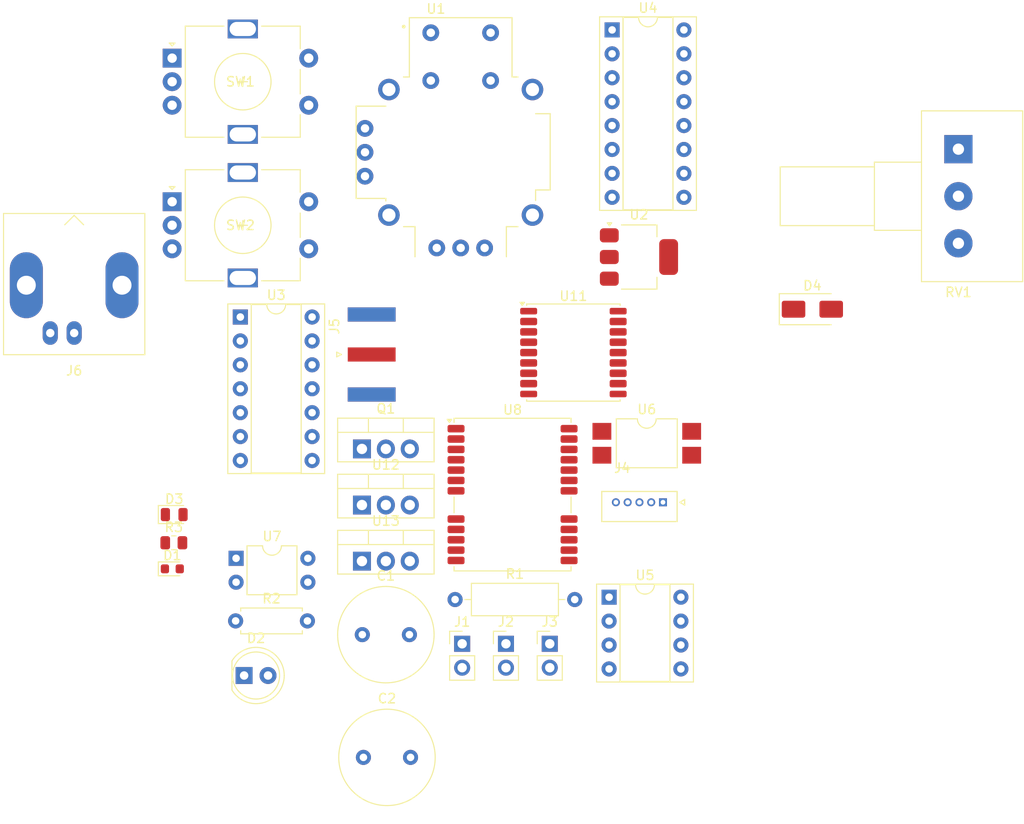
<source format=kicad_pcb>
(kicad_pcb (version 20240108) (generator "pcbnew") (generator_version "8.0")
  (layers (0 "F.Cu" signal) (31 "B.Cu" signal) (34 "B.Paste" user) (35 "F.Paste" user) (36 "B.SilkS" user "B.Silkscreen") (37 "F.SilkS" user "F.Silkscreen") (38 "B.Mask" user) (39 "F.Mask" user) (44 "Edge.Cuts" user))
  (net 0 "")
  (net 67 "Net-(U6-Pad3)")
  (net 68 "Net-(U6-Pad4)")
  (net 77 "Net-(U8-GND-Pad10)")
  (net 97 "Net-(U11-GND-Pad1)")
  (net 117 "Net-(U1-SHIELD-PadS1)")
  (footprint "Resistor_SMD:R_0805_2012Metric" (layer "F.Cu") (at 92.728 110.806)
    (property "Reference" "R3" (at 0 -1.65 0) (layer "F.SilkS"))
    (property "Value" "R_0805")
    (fp_line (start -0.227064 -0.735) (end 0.227064 -0.735) (stroke (width 0.12)) (layer "F.SilkS"))
    (fp_line (start -0.227064 0.735) (end 0.227064 0.735) (stroke (width 0.12)) (layer "F.SilkS"))
    (pad "1" smd roundrect (at -0.9125 0) (size 1.025 1.4) (layers "F.Cu" "F.Paste" "F.Mask") (roundrect_rratio 0.243902))
    (pad "2" smd roundrect (at 0.9125 0) (size 1.025 1.4) (layers "F.Cu" "F.Paste" "F.Mask") (roundrect_rratio 0.243902))
  )
  (footprint "CREPP_Jumpers:Jumper_2.54mm_black" (layer "F.Cu") (at 99.533 106.021)
    (property "Reference" "JP1" (hide yes))
    (property "Value" "Jumper_2.54mm_black" (hide yes))
  )
  (footprint "CREPP_GNSS:ublox_NEO" (layer "F.Cu") (at 128.688 105.686)
    (property "Reference" "U8" (at 0 -9 0) (layer "F.SilkS"))
    (property "Value" "NEO-M8Q ")
    (fp_line (start -6.21 -8.11) (end -6.21 -7.66) (stroke (width 0.12)) (layer "F.SilkS"))
    (fp_line (start -6.21 -8.11) (end 6.21 -8.11) (stroke (width 0.12)) (layer "F.SilkS"))
    (fp_line (start -6.21 0.26) (end -6.21 1.94) (stroke (width 0.12)) (layer "F.SilkS"))
    (fp_line (start -6.21 7.66) (end -6.21 8.11) (stroke (width 0.12)) (layer "F.SilkS"))
    (fp_line (start -6.21 8.11) (end 6.21 8.11) (stroke (width 0.12)) (layer "F.SilkS"))
    (fp_line (start 6.21 -8.11) (end 6.21 -7.66) (stroke (width 0.12)) (layer "F.SilkS"))
    (fp_line (start 6.21 0.26) (end 6.21 1.94) (stroke (width 0.12)) (layer "F.SilkS"))
    (fp_line (start 6.21 7.66) (end 6.21 8.1) (stroke (width 0.12)) (layer "F.SilkS"))
    (fp_poly (pts (xy -6.7 -7.66) (xy -6.94 -7.99) (xy -6.46 -7.99) (xy -6.7 -7.66)) (stroke (width 0.12)) (fill solid) (layer "F.SilkS"))
    (pad "1" smd roundrect (at -6 -7) (size 1.8 0.8) (layers "F.Cu" "F.Paste" "F.Mask"))
    (pad "2" smd roundrect (at -6 -5.9) (size 1.8 0.8) (layers "F.Cu" "F.Paste" "F.Mask"))
    (pad "3" smd roundrect (at -6 -4.8) (size 1.8 0.8) (layers "F.Cu" "F.Paste" "F.Mask"))
    (pad "4" smd roundrect (at -6 -3.7) (size 1.8 0.8) (layers "F.Cu" "F.Paste" "F.Mask"))
    (pad "5" smd roundrect (at -6 -2.6) (size 1.8 0.8) (layers "F.Cu" "F.Paste" "F.Mask"))
    (pad "6" smd roundrect (at -6 -1.5) (size 1.8 0.8) (layers "F.Cu" "F.Paste" "F.Mask"))
    (pad "7" smd roundrect (at -6 -0.4) (size 1.8 0.8) (layers "F.Cu" "F.Paste" "F.Mask"))
    (pad "8" smd roundrect (at -6 2.6) (size 1.8 0.8) (layers "F.Cu" "F.Paste" "F.Mask"))
    (pad "9" smd roundrect (at -6 3.7) (size 1.8 0.8) (layers "F.Cu" "F.Paste" "F.Mask"))
    (pad "10" smd roundrect (at -6 4.8) (size 1.8 0.8) (layers "F.Cu" "F.Paste" "F.Mask") (net 77 "Net-(U8-GND-Pad10)"))
    (pad "11" smd roundrect (at -6 5.9) (size 1.8 0.8) (layers "F.Cu" "F.Paste" "F.Mask"))
    (pad "12" smd roundrect (at -6 7) (size 1.8 0.8) (layers "F.Cu" "F.Paste" "F.Mask") (net 77 "Net-(U8-GND-Pad10)"))
    (pad "13" smd roundrect (at 6 7) (size 1.8 0.8) (layers "F.Cu" "F.Paste" "F.Mask") (net 77 "Net-(U8-GND-Pad10)"))
    (pad "14" smd roundrect (at 6 5.9) (size 1.8 0.8) (layers "F.Cu" "F.Paste" "F.Mask"))
    (pad "15" smd roundrect (at 6 4.8) (size 1.8 0.8) (layers "F.Cu" "F.Paste" "F.Mask"))
    (pad "16" smd roundrect (at 6 3.7) (size 1.8 0.8) (layers "F.Cu" "F.Paste" "F.Mask"))
    (pad "17" smd roundrect (at 6 2.6) (size 1.8 0.8) (layers "F.Cu" "F.Paste" "F.Mask"))
    (pad "18" smd roundrect (at 6 -0.4) (size 1.8 0.8) (layers "F.Cu" "F.Paste" "F.Mask"))
    (pad "19" smd roundrect (at 6 -1.5) (size 1.8 0.8) (layers "F.Cu" "F.Paste" "F.Mask"))
    (pad "20" smd roundrect (at 6 -2.6) (size 1.8 0.8) (layers "F.Cu" "F.Paste" "F.Mask"))
    (pad "21" smd roundrect (at 6 -3.7) (size 1.8 0.8) (layers "F.Cu" "F.Paste" "F.Mask"))
    (pad "22" smd roundrect (at 6 -4.8) (size 1.8 0.8) (layers "F.Cu" "F.Paste" "F.Mask"))
    (pad "23" smd roundrect (at 6 -5.9) (size 1.8 0.8) (layers "F.Cu" "F.Paste" "F.Mask"))
    (pad "24" smd roundrect (at 6 -7) (size 1.8 0.8) (layers "F.Cu" "F.Paste" "F.Mask") (net 77 "Net-(U8-GND-Pad10)"))
  )
  (footprint "Package_TO_SOT_THT:TO-220-3_Vertical" (layer "F.Cu") (at 112.698 112.756)
    (property "Reference" "U13" (at 2.54 -4.27 0) (layer "F.SilkS"))
    (property "Value" "LM7805_TO220")
    (fp_line (start -2.58 -3.27) (end -2.58 1.371) (stroke (width 0.12)) (layer "F.SilkS"))
    (fp_line (start -2.58 -3.27) (end 7.66 -3.27) (stroke (width 0.12)) (layer "F.SilkS"))
    (fp_line (start -2.58 -1.76) (end 7.66 -1.76) (stroke (width 0.12)) (layer "F.SilkS"))
    (fp_line (start -2.58 1.371) (end 7.66 1.371) (stroke (width 0.12)) (layer "F.SilkS"))
    (fp_line (start 0.69 -3.27) (end 0.69 -1.76) (stroke (width 0.12)) (layer "F.SilkS"))
    (fp_line (start 4.391 -3.27) (end 4.391 -1.76) (stroke (width 0.12)) (layer "F.SilkS"))
    (fp_line (start 7.66 -3.27) (end 7.66 1.371) (stroke (width 0.12)) (layer "F.SilkS"))
    (pad "1" thru_hole rect (at 0 0) (size 1.905 2) (drill 1.1) (layers "*.Cu" "*.Mask"))
    (pad "2" thru_hole oval (at 2.54 0) (size 1.905 2) (drill 1.1) (layers "*.Cu" "*.Mask"))
    (pad "3" thru_hole oval (at 5.08 0) (size 1.905 2) (drill 1.1) (layers "*.Cu" "*.Mask"))
  )
  (footprint "CREPP_GNSS:ublox_MAX" (layer "F.Cu") (at 135.148 90.601)
    (property "Reference" "U11" (at 0 -6 0) (layer "F.SilkS"))
    (property "Value" "MAX-8Q")
    (fp_line (start -4.96 -5.16) (end -4.96 -5.01) (stroke (width 0.12)) (layer "F.SilkS"))
    (fp_line (start -4.96 -5.16) (end 4.96 -5.16) (stroke (width 0.12)) (layer "F.SilkS"))
    (fp_line (start -4.96 5.01) (end -4.96 5.16) (stroke (width 0.12)) (layer "F.SilkS"))
    (fp_line (start -4.96 5.16) (end 4.96 5.16) (stroke (width 0.12)) (layer "F.SilkS"))
    (fp_line (start 4.96 -5.16) (end 4.96 -5.01) (stroke (width 0.12)) (layer "F.SilkS"))
    (fp_line (start 4.96 5.01) (end 4.96 5.16) (stroke (width 0.12)) (layer "F.SilkS"))
    (fp_poly (pts (xy -5.43 -5.01) (xy -5.67 -5.34) (xy -5.19 -5.34) (xy -5.43 -5.01)) (stroke (width 0.12)) (fill solid) (layer "F.SilkS"))
    (pad "1" smd roundrect (at -4.75 -4.4) (size 1.8 0.7) (layers "F.Cu" "F.Paste" "F.Mask") (net 97 "Net-(U11-GND-Pad1)"))
    (pad "2" smd roundrect (at -4.75 -3.3) (size 1.8 0.8) (layers "F.Cu" "F.Paste" "F.Mask"))
    (pad "3" smd roundrect (at -4.75 -2.2) (size 1.8 0.8) (layers "F.Cu" "F.Paste" "F.Mask"))
    (pad "4" smd roundrect (at -4.75 -1.1) (size 1.8 0.8) (layers "F.Cu" "F.Paste" "F.Mask"))
    (pad "5" smd roundrect (at -4.75 0) (size 1.8 0.8) (layers "F.Cu" "F.Paste" "F.Mask"))
    (pad "6" smd roundrect (at -4.75 1.1) (size 1.8 0.8) (layers "F.Cu" "F.Paste" "F.Mask"))
    (pad "7" smd roundrect (at -4.75 2.2) (size 1.8 0.8) (layers "F.Cu" "F.Paste" "F.Mask"))
    (pad "8" smd roundrect (at -4.75 3.3) (size 1.8 0.8) (layers "F.Cu" "F.Paste" "F.Mask"))
    (pad "9" smd roundrect (at -4.75 4.4) (size 1.8 0.7) (layers "F.Cu" "F.Paste" "F.Mask"))
    (pad "10" smd roundrect (at 4.75 4.4) (size 1.8 0.7) (layers "F.Cu" "F.Paste" "F.Mask") (net 97 "Net-(U11-GND-Pad1)"))
    (pad "11" smd roundrect (at 4.75 3.3) (size 1.8 0.8) (layers "F.Cu" "F.Paste" "F.Mask"))
    (pad "12" smd roundrect (at 4.75 2.2) (size 1.8 0.8) (layers "F.Cu" "F.Paste" "F.Mask") (net 97 "Net-(U11-GND-Pad1)"))
    (pad "13" smd roundrect (at 4.75 1.1) (size 1.8 0.8) (layers "F.Cu" "F.Paste" "F.Mask"))
    (pad "14" smd roundrect (at 4.75 0) (size 1.8 0.8) (layers "F.Cu" "F.Paste" "F.Mask"))
    (pad "15" smd roundrect (at 4.75 -1.1) (size 1.8 0.8) (layers "F.Cu" "F.Paste" "F.Mask"))
    (pad "16" smd roundrect (at 4.75 -2.2) (size 1.8 0.8) (layers "F.Cu" "F.Paste" "F.Mask"))
    (pad "17" smd roundrect (at 4.75 -3.3) (size 1.8 0.8) (layers "F.Cu" "F.Paste" "F.Mask"))
    (pad "18" smd roundrect (at 4.75 -4.4) (size 1.8 0.7) (layers "F.Cu" "F.Paste" "F.Mask"))
  )
  (footprint "CREPP_Connector_Picoblade:MOLEX_530470510" (layer "F.Cu") (at 144.658 106.506)
    (property "Reference" "J4" (at -4.325 -3.635 0) (layer "F.SilkS"))
    (property "Value" "530470510_Picoblade" (hide yes))
    (fp_line (start -6.5 -1.15) (end 1.5 -1.15) (stroke (width 0.127)) (layer "F.SilkS"))
    (fp_line (start -6.5 2.05) (end -6.5 -1.15) (stroke (width 0.127)) (layer "F.SilkS"))
    (fp_line (start 1.5 -1.15) (end 1.5 2.05) (stroke (width 0.127)) (layer "F.SilkS"))
    (fp_line (start 1.5 2.05) (end -6.5 2.05) (stroke (width 0.127)) (layer "F.SilkS"))
    (fp_line (start 1.8 0) (end 2.3 -0.3) (stroke (width 0.127)) (layer "F.SilkS"))
    (fp_line (start 2.3 -0.3) (end 2.3 0.3) (stroke (width 0.127)) (layer "F.SilkS"))
    (fp_line (start 2.3 0.3) (end 1.8 0) (stroke (width 0.127)) (layer "F.SilkS"))
    (pad "1" thru_hole rect (at 0 0) (size 0.85 0.85) (drill 0.5) (layers "*.Cu"))
    (pad "2" thru_hole circle (at -1.25 0) (size 0.85 0.85) (drill 0.5) (layers "*.Cu"))
    (pad "3" thru_hole circle (at -2.5 0) (size 0.85 0.85) (drill 0.5) (layers "*.Cu"))
    (pad "4" thru_hole circle (at -3.75 0) (size 0.85 0.85) (drill 0.5) (layers "*.Cu"))
    (pad "5" thru_hole circle (at -5 0) (size 0.85 0.85) (drill 0.5) (layers "*.Cu"))
  )
  (footprint "Package_TO_SOT_THT:TO-220-3_Vertical" (layer "F.Cu") (at 112.698 100.836)
    (property "Reference" "Q1" (at 2.54 -4.27 0) (layer "F.SilkS"))
    (property "Value" "IRF540N")
    (fp_line (start -2.58 -3.27) (end -2.58 1.371) (stroke (width 0.12)) (layer "F.SilkS"))
    (fp_line (start -2.58 -3.27) (end 7.66 -3.27) (stroke (width 0.12)) (layer "F.SilkS"))
    (fp_line (start -2.58 -1.76) (end 7.66 -1.76) (stroke (width 0.12)) (layer "F.SilkS"))
    (fp_line (start -2.58 1.371) (end 7.66 1.371) (stroke (width 0.12)) (layer "F.SilkS"))
    (fp_line (start 0.69 -3.27) (end 0.69 -1.76) (stroke (width 0.12)) (layer "F.SilkS"))
    (fp_line (start 4.391 -3.27) (end 4.391 -1.76) (stroke (width 0.12)) (layer "F.SilkS"))
    (fp_line (start 7.66 -3.27) (end 7.66 1.371) (stroke (width 0.12)) (layer "F.SilkS"))
    (pad "1" thru_hole rect (at 0 0) (size 1.905 2) (drill 1.1) (layers "*.Cu" "*.Mask"))
    (pad "2" thru_hole oval (at 2.54 0) (size 1.905 2) (drill 1.1) (layers "*.Cu" "*.Mask"))
    (pad "3" thru_hole oval (at 5.08 0) (size 1.905 2) (drill 1.1) (layers "*.Cu" "*.Mask"))
  )
  (footprint "Package_TO_SOT_SMD:SOT-223-3_TabPin2" (layer "F.Cu") (at 142.108 80.451)
    (property "Reference" "U2" (at 0 -4.5 0) (layer "F.SilkS"))
    (property "Value" "LM317_SOT-223")
    (fp_line (start -1.85 -3.41) (end 1.91 -3.41) (stroke (width 0.12)) (layer "F.SilkS"))
    (fp_line (start -1.85 3.41) (end 1.91 3.41) (stroke (width 0.12)) (layer "F.SilkS"))
    (fp_line (start 1.91 -3.41) (end 1.91 -2.15) (stroke (width 0.12)) (layer "F.SilkS"))
    (fp_line (start 1.91 3.41) (end 1.91 2.15) (stroke (width 0.12)) (layer "F.SilkS"))
    (fp_poly (pts (xy -3.13 -3.31) (xy -3.37 -3.64) (xy -2.89 -3.64) (xy -3.13 -3.31)) (stroke (width 0.12)) (fill solid) (layer "F.SilkS"))
    (pad "1" smd roundrect (at -3.15 -2.3) (size 2 1.5) (layers "F.Cu" "F.Paste" "F.Mask"))
    (pad "2" smd roundrect (at -3.15 0) (size 2 1.5) (layers "F.Cu" "F.Paste" "F.Mask"))
    (pad "2" smd roundrect (at 3.15 0) (size 2 3.8) (layers "F.Cu" "F.Paste" "F.Mask"))
    (pad "3" smd roundrect (at -3.15 2.3) (size 2 1.5) (layers "F.Cu" "F.Paste" "F.Mask"))
  )
  (footprint "Package_DIP:SMDIP-4_W9.53mm" (layer "F.Cu") (at 142.938 100.236)
    (property "Reference" "U6" (at 0 -3.6 0) (layer "F.SilkS"))
    (property "Value" "PC817_SMD")
    (fp_line (start -3.235 -2.6) (end -3.235 2.6) (stroke (width 0.12)) (layer "F.SilkS"))
    (fp_line (start -3.235 2.6) (end 3.235 2.6) (stroke (width 0.12)) (layer "F.SilkS"))
    (fp_line (start -1 -2.6) (end -3.235 -2.6) (stroke (width 0.12)) (layer "F.SilkS"))
    (fp_line (start 3.235 -2.6) (end 1 -2.6) (stroke (width 0.12)) (layer "F.SilkS"))
    (fp_line (start 3.235 2.6) (end 3.235 -2.6) (stroke (width 0.12)) (layer "F.SilkS"))
    (fp_arc (start 1 -2.6) (mid 0 -1.6) (end -1 -2.6) (stroke (width 0.12)) (layer "F.SilkS"))
    (pad "1" smd rect (at -4.765 -1.27) (size 2 1.78) (layers "F.Cu" "F.Paste" "F.Mask"))
    (pad "2" smd rect (at -4.765 1.27) (size 2 1.78) (layers "F.Cu" "F.Paste" "F.Mask"))
    (pad "3" smd rect (at 4.765 1.27) (size 2 1.78) (layers "F.Cu" "F.Paste" "F.Mask") (net 67 "Net-(U6-Pad3)"))
    (pad "4" smd rect (at 4.765 -1.27) (size 2 1.78) (layers "F.Cu" "F.Paste" "F.Mask") (net 68 "Net-(U6-Pad4)"))
  )
  (footprint "CREPP_BNC:BNC_Amphenol_B6252HB-NPP3G-50_Horizontal" (layer "F.Cu") (at 82.148 88.526)
    (property "Reference" "J6" (at 0 4 0) (layer "F.SilkS"))
    (property "Value" "BNC")
    (fp_line (start -7.5 -12.7) (end 7.5 -12.7) (stroke (width 0.12)) (layer "F.SilkS"))
    (fp_line (start -7.5 2.3) (end -7.5 -12.7) (stroke (width 0.12)) (layer "F.SilkS"))
    (fp_line (start 0 -12.5) (end -1 -11.5) (stroke (width 0.12)) (layer "F.SilkS"))
    (fp_line (start 0 -12.5) (end 1 -11.5) (stroke (width 0.12)) (layer "F.SilkS"))
    (fp_line (start 7.5 -12.7) (end 7.5 2.3) (stroke (width 0.12)) (layer "F.SilkS"))
    (fp_line (start 7.5 2.3) (end -7.5 2.3) (stroke (width 0.12)) (layer "F.SilkS"))
    (pad "1" thru_hole oval (at 0 0) (size 1.6 2.5) (drill 0.89) (layers "*.Cu" "*.Mask"))
    (pad "2" thru_hole oval (at -5.08 -5.08) (size 3.5 7) (drill 2.01) (layers "*.Cu" "*.Mask"))
    (pad "2" thru_hole oval (at -2.54 0) (size 1.6 2.5) (drill 0.89) (layers "*.Cu" "*.Mask"))
    (pad "2" thru_hole oval (at 5.08 -5.08) (size 3.5 7) (drill 2.01) (layers "*.Cu" "*.Mask"))
  )
  (footprint "Package_TO_SOT_THT:TO-220-3_Vertical" (layer "F.Cu") (at 112.698 106.796)
    (property "Reference" "U12" (at 2.54 -4.27 0) (layer "F.SilkS"))
    (property "Value" "LM317_TO-220")
    (fp_line (start -2.58 -3.27) (end -2.58 1.371) (stroke (width 0.12)) (layer "F.SilkS"))
    (fp_line (start -2.58 -3.27) (end 7.66 -3.27) (stroke (width 0.12)) (layer "F.SilkS"))
    (fp_line (start -2.58 -1.76) (end 7.66 -1.76) (stroke (width 0.12)) (layer "F.SilkS"))
    (fp_line (start -2.58 1.371) (end 7.66 1.371) (stroke (width 0.12)) (layer "F.SilkS"))
    (fp_line (start 0.69 -3.27) (end 0.69 -1.76) (stroke (width 0.12)) (layer "F.SilkS"))
    (fp_line (start 4.391 -3.27) (end 4.391 -1.76) (stroke (width 0.12)) (layer "F.SilkS"))
    (fp_line (start 7.66 -3.27) (end 7.66 1.371) (stroke (width 0.12)) (layer "F.SilkS"))
    (pad "1" thru_hole rect (at 0 0) (size 1.905 2) (drill 1.1) (layers "*.Cu" "*.Mask"))
    (pad "2" thru_hole oval (at 2.54 0) (size 1.905 2) (drill 1.1) (layers "*.Cu" "*.Mask"))
    (pad "3" thru_hole oval (at 5.08 0) (size 1.905 2) (drill 1.1) (layers "*.Cu" "*.Mask"))
  )
  (footprint "CREPP_RotaryEncoders:RotaryEncoder" (layer "F.Cu") (at 92.548 59.326)
    (property "Reference" "SW1" (at 7.25 2.5 0) (layer "F.SilkS"))
    (property "Value" "RotaryEncoder_Switch" (hide yes))
    (fp_line (start -0.3 -1.6) (end 0.3 -1.6) (stroke (width 0.12)) (layer "F.SilkS"))
    (fp_line (start 0 -1.3) (end -0.3 -1.6) (stroke (width 0.12)) (layer "F.SilkS"))
    (fp_line (start 0.3 -1.6) (end 0 -1.3) (stroke (width 0.12)) (layer "F.SilkS"))
    (fp_line (start 1.4 -3.4) (end 1.4 8.4) (stroke (width 0.12)) (layer "F.SilkS"))
    (fp_line (start 5.5 -3.4) (end 1.4 -3.4) (stroke (width 0.12)) (layer "F.SilkS"))
    (fp_line (start 5.5 8.4) (end 1.4 8.4) (stroke (width 0.12)) (layer "F.SilkS"))
    (fp_line (start 7 2.5) (end 8 2.5) (stroke (width 0.12)) (layer "F.SilkS"))
    (fp_line (start 7.5 2) (end 7.5 3) (stroke (width 0.12)) (layer "F.SilkS"))
    (fp_line (start 9.5 -3.4) (end 13.6 -3.4) (stroke (width 0.12)) (layer "F.SilkS"))
    (fp_line (start 13.6 -3.4) (end 13.6 -1) (stroke (width 0.12)) (layer "F.SilkS"))
    (fp_line (start 13.6 1.2) (end 13.6 3.8) (stroke (width 0.12)) (layer "F.SilkS"))
    (fp_line (start 13.6 6) (end 13.6 8.4) (stroke (width 0.12)) (layer "F.SilkS"))
    (fp_line (start 13.6 8.4) (end 9.5 8.4) (stroke (width 0.12)) (layer "F.SilkS"))
    (fp_circle (center 7.5 2.5) (end 10.5 2.5) (stroke (width 0.12)) (fill none) (layer "F.SilkS"))
    (pad "A" thru_hole rect (at 0 0) (size 2 2) (drill 1) (layers "*.Cu" "*.Mask"))
    (pad "B" thru_hole circle (at 0 5) (size 2 2) (drill 1) (layers "*.Cu" "*.Mask"))
    (pad "C" thru_hole circle (at 0 2.5) (size 2 2) (drill 1) (layers "*.Cu" "*.Mask"))
    (pad "MP" thru_hole rect (at 7.5 -3.1) (size 3.2 2) (drill oval 2.8 1.5) (layers "*.Cu" "*.Mask"))
    (pad "MP" thru_hole rect (at 7.5 8.1) (size 3.2 2) (drill oval 2.8 1.5) (layers "*.Cu" "*.Mask"))
    (pad "S1" thru_hole circle (at 14.5 5) (size 2 2) (drill 1) (layers "*.Cu" "*.Mask"))
    (pad "S2" thru_hole circle (at 14.5 0) (size 2 2) (drill 1) (layers "*.Cu" "*.Mask"))
  )
  (footprint "CREPP_Jumpers:Jumper_2.54mm_blue" (layer "F.Cu") (at 106.813 106.021)
    (property "Reference" "JP3" (hide yes))
    (property "Value" "Jumper_2.54mm_blue" (hide yes))
  )
  (footprint "CREPP_Capacitors_THT:C_Radial_D10.0mm_H20.0mm_P5.00mm" (layer "F.Cu") (at 112.856 133.604)
    (property "Reference" "C2" (at 2.5 -6.25 0) (layer "F.SilkS"))
    (property "Value" "Supercapacitors_D10mm_H20mm")
    (fp_circle (center 2.5 0) (end 7.62 0) (stroke (width 0.12)) (fill none) (layer "F.SilkS"))
    (pad "1" thru_hole circle (at 0 0) (size 1.6 1.6) (drill 0.8) (layers "*.Cu" "*.Mask"))
    (pad "2" thru_hole circle (at 5 0) (size 1.6 1.6) (drill 0.8) (layers "*.Cu" "*.Mask"))
  )
  (footprint "CREPP_SMA:SMA_Amphenol_132289_EdgeMount" (layer "F.Cu") (at 113.733 90.806)
    (property "Reference" "J5" (at -3.96 -3 90) (layer "F.SilkS"))
    (property "Value" "Connecteur_SMA")
    (fp_line (start -3.71 -0.25) (end -3.71 0.25) (stroke (width 0.12)) (layer "F.SilkS"))
    (fp_line (start -3.71 0.25) (end -3.21 0) (stroke (width 0.12)) (layer "F.SilkS"))
    (fp_line (start -3.21 0) (end -3.71 -0.25) (stroke (width 0.12)) (layer "F.SilkS"))
    (pad "1" smd rect (at 0 0 90) (size 1.5 5.08) (layers "F.Cu" "F.Paste" "F.Mask"))
    (pad "2" smd rect (at 0 -4.25 90) (size 1.5 5.08) (layers "F.Cu" "F.Paste" "F.Mask"))
    (pad "2" smd rect (at 0 -4.25 90) (size 1.5 5.08) (layers "B.Cu" "B.Paste" "B.Mask"))
    (pad "2" smd rect (at 0 4.25 90) (size 1.5 5.08) (layers "F.Cu" "F.Paste" "F.Mask"))
    (pad "2" smd rect (at 0 4.25 90) (size 1.5 5.08) (layers "B.Cu" "B.Paste" "B.Mask"))
  )
  (footprint "Potentiometer_THT:Potentiometer_Alps_RK163_Single_Horizontal" (layer "F.Cu") (at 176.022 68.994)
    (property "Reference" "RV1" (at 0 15.2 180) (layer "F.SilkS"))
    (property "Value" "R_Potentiometer")
    (fp_line (start -18.92 8.12) (end -18.92 1.88) (stroke (width 0.12)) (layer "F.SilkS"))
    (fp_line (start -8.92 1.88) (end -18.92 1.88) (stroke (width 0.12)) (layer "F.SilkS"))
    (fp_line (start -8.92 8.12) (end -18.92 8.12) (stroke (width 0.12)) (layer "F.SilkS"))
    (fp_line (start -8.92 8.62) (end -8.92 1.38) (stroke (width 0.12)) (layer "F.SilkS"))
    (fp_line (start -3.92 1.38) (end -8.92 1.38) (stroke (width 0.12)) (layer "F.SilkS"))
    (fp_line (start -3.92 8.62) (end -8.92 8.62) (stroke (width 0.12)) (layer "F.SilkS"))
    (fp_line (start -3.92 14.07) (end -3.92 -4.07) (stroke (width 0.12)) (layer "F.SilkS"))
    (fp_line (start 6.82 -4.07) (end -3.92 -4.07) (stroke (width 0.12)) (layer "F.SilkS"))
    (fp_line (start 6.82 14.07) (end -3.92 14.07) (stroke (width 0.12)) (layer "F.SilkS"))
    (fp_line (start 6.82 14.07) (end 6.82 -4.07) (stroke (width 0.12)) (layer "F.SilkS"))
    (pad "1" thru_hole rect (at 0 0 180) (size 3 3) (drill 1.2) (layers "*.Cu" "*.Mask"))
    (pad "2" thru_hole circle (at 0 5 180) (size 3 3) (drill 1.2) (layers "*.Cu" "*.Mask"))
    (pad "3" thru_hole circle (at 0 10 180) (size 3 3) (drill 1.2) (layers "*.Cu" "*.Mask"))
  )
  (footprint "Package_DIP:DIP-16_W7.62mm_Socket" (layer "F.Cu") (at 139.258 56.326)
    (property "Reference" "U4" (at 3.81 -2.33 0) (layer "F.SilkS"))
    (property "Value" "L293D")
    (fp_line (start -1.33 -1.39) (end -1.33 19.17) (stroke (width 0.12)) (layer "F.SilkS"))
    (fp_line (start -1.33 19.17) (end 8.95 19.17) (stroke (width 0.12)) (layer "F.SilkS"))
    (fp_line (start 1.16 -1.33) (end 1.16 19.11) (stroke (width 0.12)) (layer "F.SilkS"))
    (fp_line (start 1.16 19.11) (end 6.46 19.11) (stroke (width 0.12)) (layer "F.SilkS"))
    (fp_line (start 2.81 -1.33) (end 1.16 -1.33) (stroke (width 0.12)) (layer "F.SilkS"))
    (fp_line (start 6.46 -1.33) (end 4.81 -1.33) (stroke (width 0.12)) (layer "F.SilkS"))
    (fp_line (start 6.46 19.11) (end 6.46 -1.33) (stroke (width 0.12)) (layer "F.SilkS"))
    (fp_line (start 8.95 -1.39) (end -1.33 -1.39) (stroke (width 0.12)) (layer "F.SilkS"))
    (fp_line (start 8.95 19.17) (end 8.95 -1.39) (stroke (width 0.12)) (layer "F.SilkS"))
    (fp_arc (start 4.81 -1.33) (mid 3.81 -0.33) (end 2.81 -1.33) (stroke (width 0.12)) (layer "F.SilkS"))
    (pad "1" thru_hole rect (at 0 0) (size 1.6 1.6) (drill 0.8) (layers "*.Cu" "*.Mask"))
    (pad "2" thru_hole oval (at 0 2.54) (size 1.6 1.6) (drill 0.8) (layers "*.Cu" "*.Mask"))
    (pad "3" thru_hole oval (at 0 5.08) (size 1.6 1.6) (drill 0.8) (layers "*.Cu" "*.Mask"))
    (pad "4" thru_hole oval (at 0 7.62) (size 1.6 1.6) (drill 0.8) (layers "*.Cu" "*.Mask"))
    (pad "5" thru_hole oval (at 0 10.16) (size 1.6 1.6) (drill 0.8) (layers "*.Cu" "*.Mask"))
    (pad "6" thru_hole oval (at 0 12.7) (size 1.6 1.6) (drill 0.8) (layers "*.Cu" "*.Mask"))
    (pad "7" thru_hole oval (at 0 15.24) (size 1.6 1.6) (drill 0.8) (layers "*.Cu" "*.Mask"))
    (pad "8" thru_hole oval (at 0 17.78) (size 1.6 1.6) (drill 0.8) (layers "*.Cu" "*.Mask"))
    (pad "9" thru_hole oval (at 7.62 17.78) (size 1.6 1.6) (drill 0.8) (layers "*.Cu" "*.Mask"))
    (pad "10" thru_hole oval (at 7.62 15.24) (size 1.6 1.6) (drill 0.8) (layers "*.Cu" "*.Mask"))
    (pad "11" thru_hole oval (at 7.62 12.7) (size 1.6 1.6) (drill 0.8) (layers "*.Cu" "*.Mask"))
    (pad "12" thru_hole oval (at 7.62 10.16) (size 1.6 1.6) (drill 0.8) (layers "*.Cu" "*.Mask"))
    (pad "13" thru_hole oval (at 7.62 7.62) (size 1.6 1.6) (drill 0.8) (layers "*.Cu" "*.Mask"))
    (pad "14" thru_hole oval (at 7.62 5.08) (size 1.6 1.6) (drill 0.8) (layers "*.Cu" "*.Mask"))
    (pad "15" thru_hole oval (at 7.62 2.54) (size 1.6 1.6) (drill 0.8) (layers "*.Cu" "*.Mask"))
    (pad "16" thru_hole oval (at 7.62 0) (size 1.6 1.6) (drill 0.8) (layers "*.Cu" "*.Mask"))
  )
  (footprint "CREPP_Jumpers:Jumper_2.54mm_red" (layer "F.Cu") (at 103.173 106.021)
    (property "Reference" "JP2" (hide yes))
    (property "Value" "Jumper_2.54mm_red" (hide yes))
  )
  (footprint "CREPP_Screens:SSD1306_OLED_Display_VIRTUAL_128_64" (layer "F.Cu") (at 141.993 112.171)
    (property "Reference" "OLED1" (hide yes))
    (property "Value" "~")
  )
  (footprint "CREPP_Heatsinks:HeastSink_MOSFET_15mm_10mm_20mm" (layer "F.Cu") (at 95.323 113.031)
    (property "Reference" "HS1")
    (property "Value" "Heatsink [CREPP]")
  )
  (footprint "Package_DIP:DIP-8_W7.62mm_Socket" (layer "F.Cu") (at 138.938 116.586)
    (property "Reference" "U5" (at 3.81 -2.33 0) (layer "F.SilkS"))
    (property "Value" "LM358")
    (fp_line (start -1.33 -1.39) (end -1.33 9.01) (stroke (width 0.12)) (layer "F.SilkS"))
    (fp_line (start -1.33 9.01) (end 8.95 9.01) (stroke (width 0.12)) (layer "F.SilkS"))
    (fp_line (start 1.16 -1.33) (end 1.16 8.95) (stroke (width 0.12)) (layer "F.SilkS"))
    (fp_line (start 1.16 8.95) (end 6.46 8.95) (stroke (width 0.12)) (layer "F.SilkS"))
    (fp_line (start 2.81 -1.33) (end 1.16 -1.33) (stroke (width 0.12)) (layer "F.SilkS"))
    (fp_line (start 6.46 -1.33) (end 4.81 -1.33) (stroke (width 0.12)) (layer "F.SilkS"))
    (fp_line (start 6.46 8.95) (end 6.46 -1.33) (stroke (width 0.12)) (layer "F.SilkS"))
    (fp_line (start 8.95 -1.39) (end -1.33 -1.39) (stroke (width 0.12)) (layer "F.SilkS"))
    (fp_line (start 8.95 9.01) (end 8.95 -1.39) (stroke (width 0.12)) (layer "F.SilkS"))
    (fp_arc (start 4.81 -1.33) (mid 3.81 -0.33) (end 2.81 -1.33) (stroke (width 0.12)) (layer "F.SilkS"))
    (pad "1" thru_hole rect (at 0 0) (size 1.6 1.6) (drill 0.8) (layers "*.Cu" "*.Mask"))
    (pad "2" thru_hole oval (at 0 2.54) (size 1.6 1.6) (drill 0.8) (layers "*.Cu" "*.Mask"))
    (pad "3" thru_hole oval (at 0 5.08) (size 1.6 1.6) (drill 0.8) (layers "*.Cu" "*.Mask"))
    (pad "4" thru_hole oval (at 0 7.62) (size 1.6 1.6) (drill 0.8) (layers "*.Cu" "*.Mask"))
    (pad "5" thru_hole oval (at 7.62 7.62) (size 1.6 1.6) (drill 0.8) (layers "*.Cu" "*.Mask"))
    (pad "6" thru_hole oval (at 7.62 5.08) (size 1.6 1.6) (drill 0.8) (layers "*.Cu" "*.Mask"))
    (pad "7" thru_hole oval (at 7.62 2.54) (size 1.6 1.6) (drill 0.8) (layers "*.Cu" "*.Mask"))
    (pad "8" thru_hole oval (at 7.62 0) (size 1.6 1.6) (drill 0.8) (layers "*.Cu" "*.Mask"))
  )
  (footprint "CREPP_RotaryEncoders:RotaryEncoder" (layer "F.Cu") (at 92.548 74.576)
    (property "Reference" "SW2" (at 7.25 2.5 0) (layer "F.SilkS"))
    (property "Value" "RotaryEncoder_Switch" (hide yes))
    (fp_line (start -0.3 -1.6) (end 0.3 -1.6) (stroke (width 0.12)) (layer "F.SilkS"))
    (fp_line (start 0 -1.3) (end -0.3 -1.6) (stroke (width 0.12)) (layer "F.SilkS"))
    (fp_line (start 0.3 -1.6) (end 0 -1.3) (stroke (width 0.12)) (layer "F.SilkS"))
    (fp_line (start 1.4 -3.4) (end 1.4 8.4) (stroke (width 0.12)) (layer "F.SilkS"))
    (fp_line (start 5.5 -3.4) (end 1.4 -3.4) (stroke (width 0.12)) (layer "F.SilkS"))
    (fp_line (start 5.5 8.4) (end 1.4 8.4) (stroke (width 0.12)) (layer "F.SilkS"))
    (fp_line (start 7 2.5) (end 8 2.5) (stroke (width 0.12)) (layer "F.SilkS"))
    (fp_line (start 7.5 2) (end 7.5 3) (stroke (width 0.12)) (layer "F.SilkS"))
    (fp_line (start 9.5 -3.4) (end 13.6 -3.4) (stroke (width 0.12)) (layer "F.SilkS"))
    (fp_line (start 13.6 -3.4) (end 13.6 -1) (stroke (width 0.12)) (layer "F.SilkS"))
    (fp_line (start 13.6 1.2) (end 13.6 3.8) (stroke (width 0.12)) (layer "F.SilkS"))
    (fp_line (start 13.6 6) (end 13.6 8.4) (stroke (width 0.12)) (layer "F.SilkS"))
    (fp_line (start 13.6 8.4) (end 9.5 8.4) (stroke (width 0.12)) (layer "F.SilkS"))
    (fp_circle (center 7.5 2.5) (end 10.5 2.5) (stroke (width 0.12)) (fill none) (layer "F.SilkS"))
    (pad "A" thru_hole rect (at 0 0) (size 2 2) (drill 1) (layers "*.Cu" "*.Mask"))
    (pad "B" thru_hole circle (at 0 5) (size 2 2) (drill 1) (layers "*.Cu" "*.Mask"))
    (pad "C" thru_hole circle (at 0 2.5) (size 2 2) (drill 1) (layers "*.Cu" "*.Mask"))
    (pad "MP" thru_hole rect (at 7.5 -3.1) (size 3.2 2) (drill oval 2.8 1.5) (layers "*.Cu" "*.Mask"))
    (pad "MP" thru_hole rect (at 7.5 8.1) (size 3.2 2) (drill oval 2.8 1.5) (layers "*.Cu" "*.Mask"))
    (pad "S1" thru_hole circle (at 14.5 5) (size 2 2) (drill 1) (layers "*.Cu" "*.Mask"))
    (pad "S2" thru_hole circle (at 14.5 0) (size 2 2) (drill 1) (layers "*.Cu" "*.Mask"))
  )
  (footprint "LED_THT:LED_D5.0mm" (layer "F.Cu") (at 100.188 124.906)
    (property "Reference" "D2" (at 1.27 -3.96 0) (layer "F.SilkS"))
    (property "Value" "LED_5mm_THT")
    (fp_line (start -1.29 -1.545) (end -1.29 1.545) (stroke (width 0.12)) (layer "F.SilkS"))
    (fp_arc (start -1.29 -1.54483) (mid 2.072002 -2.880433) (end 4.26 0.000462) (stroke (width 0.12)) (layer "F.SilkS"))
    (fp_arc (start 4.26 -0.000462) (mid 2.072002 2.880433) (end -1.29 1.54483) (stroke (width 0.12)) (layer "F.SilkS"))
    (fp_circle (center 1.27 0) (end 3.77 0) (stroke (width 0.12)) (fill none) (layer "F.SilkS"))
    (pad "1" thru_hole rect (at 0 0) (size 1.8 1.8) (drill 0.9) (layers "*.Cu" "*.Mask"))
    (pad "2" thru_hole circle (at 2.54 0) (size 1.8 1.8) (drill 0.9) (layers "*.Cu" "*.Mask"))
  )
  (footprint "Connector_PinHeader_2.54mm:PinHeader_1x02_P2.54mm_Vertical" (layer "F.Cu") (at 123.338 121.536)
    (property "Reference" "J1" (at 0 -2.33 0) (layer "F.SilkS"))
    (property "Value" "Conn_01x02_Pin")
    (fp_line (start -1.33 -1.33) (end 0 -1.33) (stroke (width 0.12)) (layer "F.SilkS"))
    (fp_line (start -1.33 0) (end -1.33 -1.33) (stroke (width 0.12)) (layer "F.SilkS"))
    (fp_line (start -1.33 1.27) (end -1.33 3.87) (stroke (width 0.12)) (layer "F.SilkS"))
    (fp_line (start -1.33 1.27) (end 1.33 1.27) (stroke (width 0.12)) (layer "F.SilkS"))
    (fp_line (start -1.33 3.87) (end 1.33 3.87) (stroke (width 0.12)) (layer "F.SilkS"))
    (fp_line (start 1.33 1.27) (end 1.33 3.87) (stroke (width 0.12)) (layer "F.SilkS"))
    (pad "1" thru_hole rect (at 0 0) (size 1.7 1.7) (drill 1) (layers "*.Cu" "*.Mask"))
    (pad "2" thru_hole oval (at 0 2.54) (size 1.7 1.7) (drill 1) (layers "*.Cu" "*.Mask"))
  )
  (footprint "Package_DIP:DIP-4_W7.62mm" (layer "F.Cu") (at 99.338 112.456)
    (property "Reference" "U7" (at 3.81 -2.33 0) (layer "F.SilkS"))
    (property "Value" "PC817_THT")
    (fp_line (start 1.16 -1.33) (end 1.16 3.87) (stroke (width 0.12)) (layer "F.SilkS"))
    (fp_line (start 1.16 3.87) (end 6.46 3.87) (stroke (width 0.12)) (layer "F.SilkS"))
    (fp_line (start 2.81 -1.33) (end 1.16 -1.33) (stroke (width 0.12)) (layer "F.SilkS"))
    (fp_line (start 6.46 -1.33) (end 4.81 -1.33) (stroke (width 0.12)) (layer "F.SilkS"))
    (fp_line (start 6.46 3.87) (end 6.46 -1.33) (stroke (width 0.12)) (layer "F.SilkS"))
    (fp_arc (start 4.81 -1.33) (mid 3.81 -0.33) (end 2.81 -1.33) (stroke (width 0.12)) (layer "F.SilkS"))
    (pad "1" thru_hole rect (at 0 0) (size 1.6 1.6) (drill 0.8) (layers "*.Cu" "*.Mask") (net 68 "Net-(U6-Pad4)"))
    (pad "2" thru_hole oval (at 0 2.54) (size 1.6 1.6) (drill 0.8) (layers "*.Cu" "*.Mask") (net 67 "Net-(U6-Pad3)"))
    (pad "3" thru_hole oval (at 7.62 2.54) (size 1.6 1.6) (drill 0.8) (layers "*.Cu" "*.Mask"))
    (pad "4" thru_hole oval (at 7.62 0) (size 1.6 1.6) (drill 0.8) (layers "*.Cu" "*.Mask"))
  )
  (footprint "LED_SMD:LED_0805_2012Metric" (layer "F.Cu") (at 92.768 107.811)
    (property "Reference" "D3" (at 0 -1.65 0) (layer "F.SilkS"))
    (property "Value" "LED_5mm_THT")
    (fp_line (start -1.685 -0.96) (end -1.685 0.96) (stroke (width 0.12)) (layer "F.SilkS"))
    (fp_line (start -1.685 0.96) (end 1 0.96) (stroke (width 0.12)) (layer "F.SilkS"))
    (fp_line (start 1 -0.96) (end -1.685 -0.96) (stroke (width 0.12)) (layer "F.SilkS"))
    (pad "1" smd roundrect (at -0.9375 0) (size 0.975 1.4) (layers "F.Cu" "F.Paste" "F.Mask"))
    (pad "2" smd roundrect (at 0.9375 0) (size 0.975 1.4) (layers "F.Cu" "F.Paste" "F.Mask"))
  )
  (footprint "CREPP_Joysticks_SW:XDCR_COM-09032" (layer "F.Cu") (at 123.182777 69.326)
    (property "Reference" "U1" (at -2.625 -15.235 0) (layer "F.SilkS"))
    (property "Value" "COM-09032")
    (fp_line (start -11.1 -4.9) (end -7.95 -4.9) (stroke (width 0.127)) (layer "F.SilkS"))
    (fp_line (start -11.1 4.9) (end -11.1 -4.9) (stroke (width 0.127)) (layer "F.SilkS"))
    (fp_line (start -7.95 4.9) (end -11.1 4.9) (stroke (width 0.127)) (layer "F.SilkS"))
    (fp_line (start -7.95 5.17) (end -7.95 4.9) (stroke (width 0.127)) (layer "F.SilkS"))
    (fp_line (start -6.07 -8) (end -5.45 -8) (stroke (width 0.127)) (layer "F.SilkS"))
    (fp_line (start -5.45 -14.3) (end 5.45 -14.3) (stroke (width 0.127)) (layer "F.SilkS"))
    (fp_line (start -5.45 -8) (end -5.45 -14.3) (stroke (width 0.127)) (layer "F.SilkS"))
    (fp_line (start -4.85 7.9) (end -6.07 7.9) (stroke (width 0.127)) (layer "F.SilkS"))
    (fp_line (start -4.85 11.1) (end -4.85 7.9) (stroke (width 0.127)) (layer "F.SilkS"))
    (fp_line (start 4.85 7.9) (end 4.85 11.1) (stroke (width 0.127)) (layer "F.SilkS"))
    (fp_line (start 5.45 -14.3) (end 5.45 -8) (stroke (width 0.127)) (layer "F.SilkS"))
    (fp_line (start 5.45 -8) (end 6.08 -8) (stroke (width 0.127)) (layer "F.SilkS"))
    (fp_line (start 6.08 7.9) (end 4.85 7.9) (stroke (width 0.127)) (layer "F.SilkS"))
    (fp_line (start 7.95 -4.1) (end 9.5 -4.1) (stroke (width 0.127)) (layer "F.SilkS"))
    (fp_line (start 7.95 4) (end 7.95 5.12) (stroke (width 0.127)) (layer "F.SilkS"))
    (fp_line (start 9.5 -4.1) (end 9.5 4) (stroke (width 0.127)) (layer "F.SilkS"))
    (fp_line (start 9.5 4) (end 7.95 4) (stroke (width 0.127)) (layer "F.SilkS"))
    (fp_circle (center -6.05 -13.35) (end -5.95 -13.35) (stroke (width 0.2)) (fill none) (layer "F.SilkS"))
    (pad "B1A" thru_hole circle (at -3.175 -12.7) (size 1.778 1.778) (drill 0.9) (layers "*.Cu" "*.Mask"))
    (pad "B1B" thru_hole circle (at 3.175 -12.7) (size 1.778 1.778) (drill 0.9) (layers "*.Cu" "*.Mask"))
    (pad "B2A" thru_hole circle (at -3.175 -7.62) (size 1.778 1.778) (drill 0.9) (layers "*.Cu" "*.Mask"))
    (pad "B2B" thru_hole circle (at 3.175 -7.62) (size 1.778 1.778) (drill 0.9) (layers "*.Cu" "*.Mask"))
    (pad "H1" thru_hole circle (at -2.54 10.16) (size 1.778 1.778) (drill 0.889) (layers "*.Cu" "*.Mask"))
    (pad "H2" thru_hole circle (at 0 10.16) (size 1.778 1.778) (drill 0.889) (layers "*.Cu" "*.Mask"))
    (pad "H3" thru_hole circle (at 2.54 10.16) (size 1.778 1.778) (drill 0.889) (layers "*.Cu" "*.Mask"))
    (pad "S1" thru_hole circle (at -7.62 -6.6675) (size 2.286 2.286) (drill 1.397) (layers "*.Cu" "*.Mask") (net 117 "Net-(U1-SHIELD-PadS1)"))
    (pad "S2" thru_hole circle (at -7.62 6.6675) (size 2.286 2.286) (drill 1.397) (layers "*.Cu" "*.Mask") (net 117 "Net-(U1-SHIELD-PadS1)"))
    (pad "S3" thru_hole circle (at 7.62 6.6675) (size 2.286 2.286) (drill 1.397) (layers "*.Cu" "*.Mask") (net 117 "Net-(U1-SHIELD-PadS1)"))
    (pad "S4" thru_hole circle (at 7.62 -6.6675) (size 2.286 2.286) (drill 1.397) (layers "*.Cu" "*.Mask") (net 117 "Net-(U1-SHIELD-PadS1)"))
    (pad "V1" thru_hole circle (at -10.16 -2.54) (size 1.778 1.778) (drill 0.889) (layers "*.Cu" "*.Mask"))
    (pad "V2" thru_hole circle (at -10.16 0) (size 1.778 1.778) (drill 0.889) (layers "*.Cu" "*.Mask"))
    (pad "V3" thru_hole circle (at -10.16 2.54) (size 1.778 1.778) (drill 0.889) (layers "*.Cu" "*.Mask"))
  )
  (footprint "CREPP_Capacitors_THT:C_Radial_D10.0mm_H20.0mm_P5.00mm" (layer "F.Cu") (at 112.738 120.566)
    (property "Reference" "C1" (at 2.5 -6.25 0) (layer "F.SilkS"))
    (property "Value" "Supercapacitors_D10mm_H20mm")
    (fp_circle (center 2.5 0) (end 7.62 0) (stroke (width 0.12)) (fill none) (layer "F.SilkS"))
    (pad "1" thru_hole circle (at 0 0) (size 1.6 1.6) (drill 0.8) (layers "*.Cu" "*.Mask"))
    (pad "2" thru_hole circle (at 5 0) (size 1.6 1.6) (drill 0.8) (layers "*.Cu" "*.Mask"))
  )
  (footprint "Package_DIP:DIP-14_W7.62mm_Socket" (layer "F.Cu") (at 99.788 86.826)
    (property "Reference" "U3" (at 3.81 -2.33 0) (layer "F.SilkS"))
    (property "Value" "74HC04")
    (fp_line (start -1.33 -1.39) (end -1.33 16.63) (stroke (width 0.12)) (layer "F.SilkS"))
    (fp_line (start -1.33 16.63) (end 8.95 16.63) (stroke (width 0.12)) (layer "F.SilkS"))
    (fp_line (start 1.16 -1.33) (end 1.16 16.57) (stroke (width 0.12)) (layer "F.SilkS"))
    (fp_line (start 1.16 16.57) (end 6.46 16.57) (stroke (width 0.12)) (layer "F.SilkS"))
    (fp_line (start 2.81 -1.33) (end 1.16 -1.33) (stroke (width 0.12)) (layer "F.SilkS"))
    (fp_line (start 6.46 -1.33) (end 4.81 -1.33) (stroke (width 0.12)) (layer "F.SilkS"))
    (fp_line (start 6.46 16.57) (end 6.46 -1.33) (stroke (width 0.12)) (layer "F.SilkS"))
    (fp_line (start 8.95 -1.39) (end -1.33 -1.39) (stroke (width 0.12)) (layer "F.SilkS"))
    (fp_line (start 8.95 16.63) (end 8.95 -1.39) (stroke (width 0.12)) (layer "F.SilkS"))
    (fp_arc (start 4.81 -1.33) (mid 3.81 -0.33) (end 2.81 -1.33) (stroke (width 0.12)) (layer "F.SilkS"))
    (pad "1" thru_hole rect (at 0 0) (size 1.6 1.6) (drill 0.8) (layers "*.Cu" "*.Mask"))
    (pad "2" thru_hole oval (at 0 2.54) (size 1.6 1.6) (drill 0.8) (layers "*.Cu" "*.Mask"))
    (pad "3" thru_hole oval (at 0 5.08) (size 1.6 1.6) (drill 0.8) (layers "*.Cu" "*.Mask"))
    (pad "4" thru_hole oval (at 0 7.62) (size 1.6 1.6) (drill 0.8) (layers "*.Cu" "*.Mask"))
    (pad "5" thru_hole oval (at 0 10.16) (size 1.6 1.6) (drill 0.8) (layers "*.Cu" "*.Mask"))
    (pad "6" thru_hole oval (at 0 12.7) (size 1.6 1.6) (drill 0.8) (layers "*.Cu" "*.Mask"))
    (pad "7" thru_hole oval (at 0 15.24) (size 1.6 1.6) (drill 0.8) (layers "*.Cu" "*.Mask"))
    (pad "8" thru_hole oval (at 7.62 15.24) (size 1.6 1.6) (drill 0.8) (layers "*.Cu" "*.Mask"))
    (pad "9" thru_hole oval (at 7.62 12.7) (size 1.6 1.6) (drill 0.8) (layers "*.Cu" "*.Mask"))
    (pad "10" thru_hole oval (at 7.62 10.16) (size 1.6 1.6) (drill 0.8) (layers "*.Cu" "*.Mask"))
    (pad "11" thru_hole oval (at 7.62 7.62) (size 1.6 1.6) (drill 0.8) (layers "*.Cu" "*.Mask"))
    (pad "12" thru_hole oval (at 7.62 5.08) (size 1.6 1.6) (drill 0.8) (layers "*.Cu" "*.Mask"))
    (pad "13" thru_hole oval (at 7.62 2.54) (size 1.6 1.6) (drill 0.8) (layers "*.Cu" "*.Mask"))
    (pad "14" thru_hole oval (at 7.62 0) (size 1.6 1.6) (drill 0.8) (layers "*.Cu" "*.Mask"))
  )
  (footprint "CREPP_Servo:SG90_Servo" (layer "F.Cu") (at 80.1142 100.5306)
    (property "Reference" "SERVO_SG1" (hide yes))
    (property "Value" "~")
  )
  (footprint "LED_SMD:LED_0603_1608Metric" (layer "F.Cu") (at 92.568 113.576)
    (property "Reference" "D1" (at 0 -1.43 0) (layer "F.SilkS"))
    (property "Value" "LED_5mm_THT")
    (fp_line (start -1.485 -0.735) (end -1.485 0.735) (stroke (width 0.12)) (layer "F.SilkS"))
    (fp_line (start -1.485 0.735) (end 0.8 0.735) (stroke (width 0.12)) (layer "F.SilkS"))
    (fp_line (start 0.8 -0.735) (end -1.485 -0.735) (stroke (width 0.12)) (layer "F.SilkS"))
    (pad "1" smd roundrect (at -0.7875 0) (size 0.875 0.95) (layers "F.Cu" "F.Paste" "F.Mask"))
    (pad "2" smd roundrect (at 0.7875 0) (size 0.875 0.95) (layers "F.Cu" "F.Paste" "F.Mask"))
  )
  (footprint "CREPP_Spacers:Spacer_M3_MF_05mm" (layer "F.Cu") (at 94.121423 88.299423)
    (property "Reference" "S1" (hide yes))
    (property "Value" "~" (hide yes))
  )
  (footprint "CREPP_Spacers:Spacer_M3_MF_05mm" (layer "F.Cu") (at 94.121423 95.496269)
    (property "Reference" "S2" (hide yes))
    (property "Value" "~" (hide yes))
  )
  (footprint "Resistor_THT:R_Axial_DIN0207_L6.3mm_D2.5mm_P7.62mm_Horizontal" (layer "F.Cu") (at 99.288 119.106)
    (property "Reference" "R2" (at 3.81 -2.37 0) (layer "F.SilkS"))
    (property "Value" "10k")
    (fp_line (start 0.54 -1.37) (end 7.08 -1.37) (stroke (width 0.12)) (layer "F.SilkS"))
    (fp_line (start 0.54 -1.04) (end 0.54 -1.37) (stroke (width 0.12)) (layer "F.SilkS"))
    (fp_line (start 0.54 1.04) (end 0.54 1.37) (stroke (width 0.12)) (layer "F.SilkS"))
    (fp_line (start 0.54 1.37) (end 7.08 1.37) (stroke (width 0.12)) (layer "F.SilkS"))
    (fp_line (start 7.08 -1.37) (end 7.08 -1.04) (stroke (width 0.12)) (layer "F.SilkS"))
    (fp_line (start 7.08 1.37) (end 7.08 1.04) (stroke (width 0.12)) (layer "F.SilkS"))
    (pad "1" thru_hole circle (at 0 0) (size 1.6 1.6) (drill 0.8) (layers "*.Cu" "*.Mask"))
    (pad "2" thru_hole oval (at 7.62 0) (size 1.6 1.6) (drill 0.8) (layers "*.Cu" "*.Mask"))
  )
  (footprint "CREPP_Spacers:Spacer_M3_MF_05mm" (layer "F.Cu") (at 94.121423 102.693115)
    (property "Reference" "S3" (hide yes))
    (property "Value" "~" (hide yes))
  )
  (footprint "CREPP_DIP:DIP-8_W7.62mm" (layer "F.Cu") (at 142.323 86.591)
    (property "Reference" "V1")
    (property "Value" "~" (hide yes))
  )
  (footprint "Resistor_THT:R_Axial_DIN0309_L9.0mm_D3.2mm_P12.70mm_Horizontal" (layer "F.Cu") (at 122.588 116.836)
    (property "Reference" "R1" (at 6.35 -2.72 0) (layer "F.SilkS"))
    (property "Value" "10k")
    (fp_line (start 1.04 0) (end 1.73 0) (stroke (width 0.12)) (layer "F.SilkS"))
    (fp_line (start 1.73 -1.72) (end 1.73 1.72) (stroke (width 0.12)) (layer "F.SilkS"))
    (fp_line (start 1.73 1.72) (end 10.97 1.72) (stroke (width 0.12)) (layer "F.SilkS"))
    (fp_line (start 10.97 -1.72) (end 1.73 -1.72) (stroke (width 0.12)) (layer "F.SilkS"))
    (fp_line (start 10.97 1.72) (end 10.97 -1.72) (stroke (width 0.12)) (layer "F.SilkS"))
    (fp_line (start 11.66 0) (end 10.97 0) (stroke (width 0.12)) (layer "F.SilkS"))
    (pad "1" thru_hole circle (at 0 0) (size 1.6 1.6) (drill 0.8) (layers "*.Cu" "*.Mask"))
    (pad "2" thru_hole oval (at 12.7 0) (size 1.6 1.6) (drill 0.8) (layers "*.Cu" "*.Mask"))
  )
  (footprint "Connector_PinHeader_2.54mm:PinHeader_1x02_P2.54mm_Vertical" (layer "F.Cu") (at 132.638 121.536)
    (property "Reference" "J3" (at 0 -2.33 0) (layer "F.SilkS"))
    (property "Value" "Conn_01x02_Pin")
    (fp_line (start -1.33 -1.33) (end 0 -1.33) (stroke (width 0.12)) (layer "F.SilkS"))
    (fp_line (start -1.33 0) (end -1.33 -1.33) (stroke (width 0.12)) (layer "F.SilkS"))
    (fp_line (start -1.33 1.27) (end -1.33 3.87) (stroke (width 0.12)) (layer "F.SilkS"))
    (fp_line (start -1.33 1.27) (end 1.33 1.27) (stroke (width 0.12)) (layer "F.SilkS"))
    (fp_line (start -1.33 3.87) (end 1.33 3.87) (stroke (width 0.12)) (layer "F.SilkS"))
    (fp_line (start 1.33 1.27) (end 1.33 3.87) (stroke (width 0.12)) (layer "F.SilkS"))
    (pad "1" thru_hole rect (at 0 0) (size 1.7 1.7) (drill 1) (layers "*.Cu" "*.Mask"))
    (pad "2" thru_hole oval (at 0 2.54) (size 1.7 1.7) (drill 1) (layers "*.Cu" "*.Mask"))
  )
  (footprint "Diode_SMD:D_SMA" (layer "F.Cu") (at 160.517 85.994)
    (property "Reference" "D4" (at 0 -2.5 0) (layer "F.SilkS"))
    (property "Value" "SS24")
    (fp_line (start -3.51 -1.65) (end -3.51 1.65) (stroke (width 0.12)) (layer "F.SilkS"))
    (fp_line (start -3.51 -1.65) (end 2 -1.65) (stroke (width 0.12)) (layer "F.SilkS"))
    (fp_line (start -3.51 1.65) (end 2 1.65) (stroke (width 0.12)) (layer "F.SilkS"))
    (pad "1" smd roundrect (at -2 0) (size 2.5 1.8) (layers "F.Cu" "F.Paste" "F.Mask") (roundrect_rratio 0.1388888889))
    (pad "2" smd roundrect (at 2 0) (size 2.5 1.8) (layers "F.Cu" "F.Paste" "F.Mask") (roundrect_rratio 0.1388888889))
  )
  (footprint "Connector_PinHeader_2.54mm:PinHeader_1x02_P2.54mm_Vertical" (layer "F.Cu") (at 127.988 121.536)
    (property "Reference" "J2" (at 0 -2.33 0) (layer "F.SilkS"))
    (property "Value" "Conn_01x02_Pin")
    (fp_line (start -1.33 -1.33) (end 0 -1.33) (stroke (width 0.12)) (layer "F.SilkS"))
    (fp_line (start -1.33 0) (end -1.33 -1.33) (stroke (width 0.12)) (layer "F.SilkS"))
    (fp_line (start -1.33 1.27) (end -1.33 3.87) (stroke (width 0.12)) (layer "F.SilkS"))
    (fp_line (start -1.33 1.27) (end 1.33 1.27) (stroke (width 0.12)) (layer "F.SilkS"))
    (fp_line (start -1.33 3.87) (end 1.33 3.87) (stroke (width 0.12)) (layer "F.SilkS"))
    (fp_line (start 1.33 1.27) (end 1.33 3.87) (stroke (width 0.12)) (layer "F.SilkS"))
    (pad "1" thru_hole rect (at 0 0) (size 1.7 1.7) (drill 1) (layers "*.Cu" "*.Mask"))
    (pad "2" thru_hole oval (at 0 2.54) (size 1.7 1.7) (drill 1) (layers "*.Cu" "*.Mask"))
  )
)
</source>
